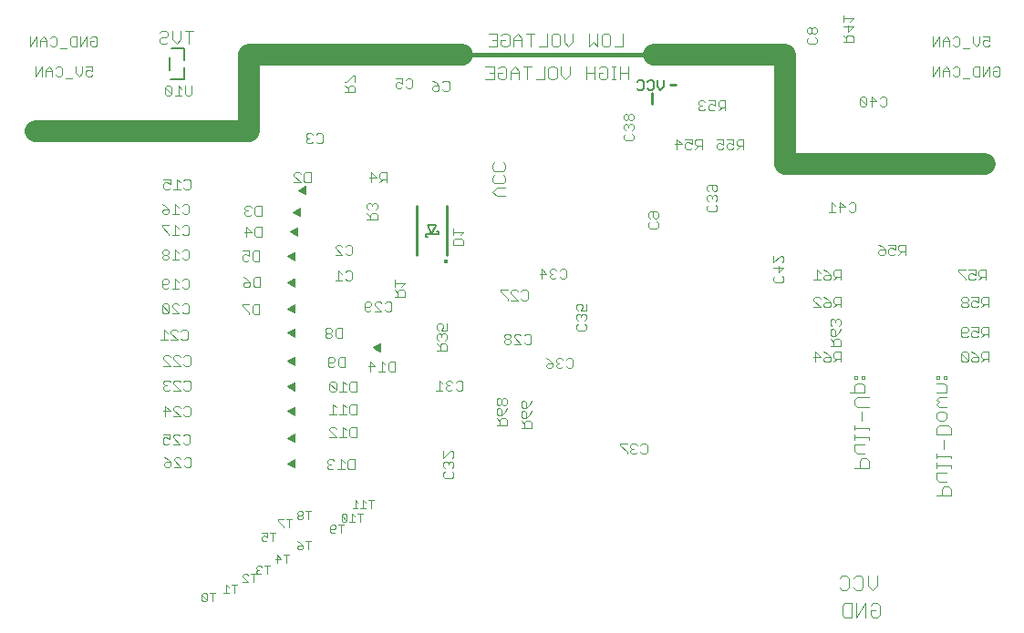
<source format=gbo>
G75*
G70*
%OFA0B0*%
%FSLAX24Y24*%
%IPPOS*%
%LPD*%
%AMOC8*
5,1,8,0,0,1.08239X$1,22.5*
%
%ADD10C,0.0787*%
%ADD11C,0.0160*%
%ADD12C,0.0040*%
%ADD13C,0.0030*%
%ADD14C,0.0050*%
%ADD15C,0.0100*%
%ADD16C,0.0010*%
%ADD17C,0.0157*%
D10*
X019875Y028787D02*
X027675Y028787D01*
X027675Y031587D01*
X035475Y031587D01*
X042475Y031587D02*
X047291Y031587D01*
X047291Y027587D01*
X054591Y027587D01*
D11*
X042375Y031587D02*
X035675Y031587D01*
D12*
X036337Y031167D02*
X036644Y031167D01*
X036644Y030707D01*
X036337Y030707D01*
X036491Y030937D02*
X036644Y030937D01*
X036798Y030937D02*
X036951Y030937D01*
X036798Y030937D02*
X036798Y030783D01*
X036874Y030707D01*
X037028Y030707D01*
X037105Y030783D01*
X037105Y031090D01*
X037028Y031167D01*
X036874Y031167D01*
X036798Y031090D01*
X037258Y031014D02*
X037258Y030707D01*
X037258Y030937D02*
X037565Y030937D01*
X037565Y031014D02*
X037411Y031167D01*
X037258Y031014D01*
X037565Y031014D02*
X037565Y030707D01*
X037872Y030707D02*
X037872Y031167D01*
X038025Y031167D02*
X037718Y031167D01*
X038179Y030707D02*
X038486Y030707D01*
X038486Y031167D01*
X038639Y031090D02*
X038716Y031167D01*
X038869Y031167D01*
X038946Y031090D01*
X038946Y030783D01*
X038869Y030707D01*
X038716Y030707D01*
X038639Y030783D01*
X038639Y031090D01*
X039100Y031167D02*
X039100Y030860D01*
X039253Y030707D01*
X039407Y030860D01*
X039407Y031167D01*
X040020Y031167D02*
X040020Y030707D01*
X040020Y030937D02*
X040327Y030937D01*
X040481Y030937D02*
X040634Y030937D01*
X040481Y030937D02*
X040481Y030783D01*
X040557Y030707D01*
X040711Y030707D01*
X040788Y030783D01*
X040788Y031090D01*
X040711Y031167D01*
X040557Y031167D01*
X040481Y031090D01*
X040327Y031167D02*
X040327Y030707D01*
X040941Y030707D02*
X041095Y030707D01*
X041018Y030707D02*
X041018Y031167D01*
X041095Y031167D02*
X040941Y031167D01*
X041248Y031167D02*
X041248Y030707D01*
X041248Y030937D02*
X041555Y030937D01*
X041555Y030707D02*
X041555Y031167D01*
X041355Y031907D02*
X041048Y031907D01*
X040895Y031983D02*
X040895Y032290D01*
X040818Y032367D01*
X040664Y032367D01*
X040588Y032290D01*
X040588Y031983D01*
X040664Y031907D01*
X040818Y031907D01*
X040895Y031983D01*
X041355Y031907D02*
X041355Y032367D01*
X040434Y032367D02*
X040434Y031907D01*
X040281Y032060D01*
X040127Y031907D01*
X040127Y032367D01*
X039513Y032367D02*
X039513Y032060D01*
X039360Y031907D01*
X039207Y032060D01*
X039207Y032367D01*
X039053Y032290D02*
X039053Y031983D01*
X038976Y031907D01*
X038823Y031907D01*
X038746Y031983D01*
X038746Y032290D01*
X038823Y032367D01*
X038976Y032367D01*
X039053Y032290D01*
X038593Y032367D02*
X038593Y031907D01*
X038286Y031907D01*
X037979Y031907D02*
X037979Y032367D01*
X038132Y032367D02*
X037825Y032367D01*
X037672Y032214D02*
X037518Y032367D01*
X037365Y032214D01*
X037365Y031907D01*
X037211Y031983D02*
X037135Y031907D01*
X036981Y031907D01*
X036905Y031983D01*
X036905Y032137D01*
X037058Y032137D01*
X036905Y032290D02*
X036981Y032367D01*
X037135Y032367D01*
X037211Y032290D01*
X037211Y031983D01*
X037365Y032137D02*
X037672Y032137D01*
X037672Y032214D02*
X037672Y031907D01*
X036751Y031907D02*
X036444Y031907D01*
X036598Y032137D02*
X036751Y032137D01*
X036751Y032367D02*
X036751Y031907D01*
X036751Y032367D02*
X036444Y032367D01*
X036672Y027653D02*
X036595Y027576D01*
X036595Y027423D01*
X036672Y027346D01*
X036979Y027346D01*
X037055Y027423D01*
X037055Y027576D01*
X036979Y027653D01*
X036979Y027193D02*
X037055Y027116D01*
X037055Y026963D01*
X036979Y026886D01*
X036672Y026886D01*
X036595Y026963D01*
X036595Y027116D01*
X036672Y027193D01*
X036748Y026732D02*
X037055Y026732D01*
X036748Y026732D02*
X036595Y026579D01*
X036748Y026425D01*
X037055Y026425D01*
X035532Y025113D02*
X035412Y024993D01*
X035472Y024865D02*
X035532Y024805D01*
X035532Y024625D01*
X035172Y024625D01*
X035172Y024805D01*
X035232Y024865D01*
X035472Y024865D01*
X035532Y025113D02*
X035172Y025113D01*
X035172Y024993D02*
X035172Y025233D01*
X025502Y032007D02*
X025502Y032467D01*
X025655Y032467D02*
X025348Y032467D01*
X025195Y032467D02*
X025195Y032160D01*
X025041Y032007D01*
X024888Y032160D01*
X024888Y032467D01*
X024734Y032390D02*
X024734Y032314D01*
X024657Y032237D01*
X024504Y032237D01*
X024427Y032160D01*
X024427Y032083D01*
X024504Y032007D01*
X024657Y032007D01*
X024734Y032083D01*
X024734Y032390D02*
X024657Y032467D01*
X024504Y032467D01*
X024427Y032390D01*
X049835Y019836D02*
X049835Y019749D01*
X049922Y019749D01*
X049922Y019836D01*
X049835Y019836D01*
X050095Y019836D02*
X050095Y019749D01*
X050182Y019749D01*
X050182Y019836D01*
X050095Y019836D01*
X050095Y019580D02*
X049922Y019580D01*
X049835Y019493D01*
X049835Y019233D01*
X049662Y019233D02*
X050182Y019233D01*
X050182Y019493D01*
X050095Y019580D01*
X049922Y019064D02*
X050355Y019064D01*
X050355Y018718D02*
X049922Y018718D01*
X049835Y018804D01*
X049835Y018978D01*
X049922Y019064D01*
X050095Y018549D02*
X050095Y018202D01*
X049835Y018032D02*
X049835Y017858D01*
X049835Y017945D02*
X050355Y017945D01*
X050355Y017858D01*
X050355Y017601D02*
X049835Y017601D01*
X049835Y017514D02*
X049835Y017688D01*
X049835Y017346D02*
X050182Y017346D01*
X050355Y017514D02*
X050355Y017601D01*
X049835Y017346D02*
X049835Y017085D01*
X049922Y016999D01*
X050182Y016999D01*
X050269Y016830D02*
X050095Y016830D01*
X050008Y016743D01*
X050008Y016483D01*
X049835Y016483D02*
X050355Y016483D01*
X050355Y016743D01*
X050269Y016830D01*
X052835Y016827D02*
X052835Y017000D01*
X052835Y016914D02*
X053355Y016914D01*
X053355Y016827D01*
X053355Y016570D02*
X052835Y016570D01*
X052835Y016483D02*
X052835Y016657D01*
X052835Y016314D02*
X053182Y016314D01*
X053355Y016483D02*
X053355Y016570D01*
X052835Y016314D02*
X052835Y016054D01*
X052922Y015967D01*
X053182Y015967D01*
X053269Y015799D02*
X053095Y015799D01*
X053008Y015712D01*
X053008Y015452D01*
X052835Y015452D02*
X053355Y015452D01*
X053355Y015712D01*
X053269Y015799D01*
X053095Y017171D02*
X053095Y017518D01*
X052835Y017686D02*
X052835Y017946D01*
X052922Y018033D01*
X053269Y018033D01*
X053355Y017946D01*
X053355Y017686D01*
X052835Y017686D01*
X052922Y018202D02*
X052835Y018289D01*
X052835Y018462D01*
X052922Y018549D01*
X053095Y018549D01*
X053182Y018462D01*
X053182Y018289D01*
X053095Y018202D01*
X052922Y018202D01*
X052922Y018718D02*
X052835Y018804D01*
X052922Y018891D01*
X052835Y018978D01*
X052922Y019064D01*
X053182Y019064D01*
X053182Y019233D02*
X053182Y019493D01*
X053095Y019580D01*
X052835Y019580D01*
X052835Y019749D02*
X052922Y019749D01*
X052922Y019836D01*
X052835Y019836D01*
X052835Y019749D01*
X053095Y019749D02*
X053182Y019749D01*
X053182Y019836D01*
X053095Y019836D01*
X053095Y019749D01*
X053182Y019233D02*
X052835Y019233D01*
X052922Y018718D02*
X053182Y018718D01*
X050655Y012527D02*
X050655Y012180D01*
X050482Y012007D01*
X050308Y012180D01*
X050308Y012527D01*
X050139Y012440D02*
X050053Y012527D01*
X049879Y012527D01*
X049792Y012440D01*
X049624Y012440D02*
X049624Y012093D01*
X049537Y012007D01*
X049363Y012007D01*
X049277Y012093D01*
X049277Y012440D02*
X049363Y012527D01*
X049537Y012527D01*
X049624Y012440D01*
X049792Y012093D02*
X049879Y012007D01*
X050053Y012007D01*
X050139Y012093D01*
X050139Y012440D01*
X050239Y011527D02*
X049892Y011007D01*
X049892Y011527D01*
X049724Y011527D02*
X049463Y011527D01*
X049377Y011440D01*
X049377Y011093D01*
X049463Y011007D01*
X049724Y011007D01*
X049724Y011527D01*
X050239Y011527D02*
X050239Y011007D01*
X050408Y011093D02*
X050408Y011267D01*
X050582Y011267D01*
X050755Y011440D02*
X050755Y011093D01*
X050668Y011007D01*
X050495Y011007D01*
X050408Y011093D01*
X050408Y011440D02*
X050495Y011527D01*
X050668Y011527D01*
X050755Y011440D01*
D13*
X024585Y016570D02*
X024585Y016632D01*
X024647Y016693D01*
X024832Y016693D01*
X024832Y016570D01*
X024770Y016508D01*
X024647Y016508D01*
X024585Y016570D01*
X024709Y016817D02*
X024585Y016879D01*
X024709Y016817D02*
X024832Y016693D01*
X024953Y016755D02*
X024953Y016817D01*
X025015Y016879D01*
X025139Y016879D01*
X025200Y016817D01*
X025322Y016817D02*
X025384Y016879D01*
X025507Y016879D01*
X025569Y016817D01*
X025569Y016570D01*
X025507Y016508D01*
X025384Y016508D01*
X025322Y016570D01*
X025200Y016508D02*
X024953Y016755D01*
X024953Y016508D02*
X025200Y016508D01*
X025159Y017345D02*
X024912Y017591D01*
X024912Y017653D01*
X024973Y017715D01*
X025097Y017715D01*
X025159Y017653D01*
X025280Y017653D02*
X025342Y017715D01*
X025465Y017715D01*
X025527Y017653D01*
X025527Y017406D01*
X025465Y017345D01*
X025342Y017345D01*
X025280Y017406D01*
X025159Y017345D02*
X024912Y017345D01*
X024790Y017406D02*
X024729Y017345D01*
X024605Y017345D01*
X024543Y017406D01*
X024543Y017530D01*
X024605Y017591D01*
X024667Y017591D01*
X024790Y017530D01*
X024790Y017715D01*
X024543Y017715D01*
X024625Y018368D02*
X024625Y018739D01*
X024810Y018554D01*
X024563Y018554D01*
X024931Y018615D02*
X025178Y018368D01*
X024931Y018368D01*
X024931Y018615D02*
X024931Y018677D01*
X024993Y018739D01*
X025117Y018739D01*
X025178Y018677D01*
X025300Y018677D02*
X025361Y018739D01*
X025485Y018739D01*
X025547Y018677D01*
X025547Y018430D01*
X025485Y018368D01*
X025361Y018368D01*
X025300Y018430D01*
X025361Y019313D02*
X025300Y019375D01*
X025361Y019313D02*
X025485Y019313D01*
X025547Y019375D01*
X025547Y019622D01*
X025485Y019684D01*
X025361Y019684D01*
X025300Y019622D01*
X025178Y019622D02*
X025117Y019684D01*
X024993Y019684D01*
X024931Y019622D01*
X024931Y019560D01*
X025178Y019313D01*
X024931Y019313D01*
X024810Y019375D02*
X024748Y019313D01*
X024625Y019313D01*
X024563Y019375D01*
X024563Y019437D01*
X024625Y019498D01*
X024687Y019498D01*
X024625Y019498D02*
X024563Y019560D01*
X024563Y019622D01*
X024625Y019684D01*
X024748Y019684D01*
X024810Y019622D01*
X024810Y020217D02*
X024563Y020217D01*
X024563Y020464D02*
X024563Y020526D01*
X024625Y020587D01*
X024748Y020587D01*
X024810Y020526D01*
X024931Y020526D02*
X024993Y020587D01*
X025117Y020587D01*
X025178Y020526D01*
X025300Y020526D02*
X025361Y020587D01*
X025485Y020587D01*
X025547Y020526D01*
X025547Y020279D01*
X025485Y020217D01*
X025361Y020217D01*
X025300Y020279D01*
X025178Y020217D02*
X024931Y020464D01*
X024931Y020526D01*
X024931Y020217D02*
X025178Y020217D01*
X024810Y020217D02*
X024563Y020464D01*
X024587Y021152D02*
X024587Y021522D01*
X024710Y021398D01*
X024831Y021398D02*
X024831Y021460D01*
X024893Y021522D01*
X025017Y021522D01*
X025078Y021460D01*
X025200Y021460D02*
X025261Y021522D01*
X025385Y021522D01*
X025447Y021460D01*
X025447Y021213D01*
X025385Y021152D01*
X025261Y021152D01*
X025200Y021213D01*
X025078Y021152D02*
X024831Y021398D01*
X024831Y021152D02*
X025078Y021152D01*
X024710Y021152D02*
X024463Y021152D01*
X024575Y022119D02*
X024698Y022119D01*
X024760Y022181D01*
X024513Y022428D01*
X024513Y022181D01*
X024575Y022119D01*
X024760Y022181D02*
X024760Y022428D01*
X024698Y022489D01*
X024575Y022489D01*
X024513Y022428D01*
X024881Y022428D02*
X024943Y022489D01*
X025067Y022489D01*
X025128Y022428D01*
X025250Y022428D02*
X025311Y022489D01*
X025435Y022489D01*
X025497Y022428D01*
X025497Y022181D01*
X025435Y022119D01*
X025311Y022119D01*
X025250Y022181D01*
X025128Y022119D02*
X024881Y022366D01*
X024881Y022428D01*
X024881Y022119D02*
X025128Y022119D01*
X025128Y023029D02*
X024881Y023029D01*
X025005Y023029D02*
X025005Y023400D01*
X025128Y023276D01*
X025250Y023338D02*
X025311Y023400D01*
X025435Y023400D01*
X025497Y023338D01*
X025497Y023091D01*
X025435Y023029D01*
X025311Y023029D01*
X025250Y023091D01*
X024760Y023091D02*
X024698Y023029D01*
X024575Y023029D01*
X024513Y023091D01*
X024513Y023338D01*
X024575Y023400D01*
X024698Y023400D01*
X024760Y023338D01*
X024760Y023276D01*
X024698Y023215D01*
X024513Y023215D01*
X024575Y024095D02*
X024698Y024095D01*
X024760Y024157D01*
X024760Y024218D01*
X024698Y024280D01*
X024575Y024280D01*
X024513Y024218D01*
X024513Y024157D01*
X024575Y024095D01*
X024575Y024280D02*
X024513Y024342D01*
X024513Y024403D01*
X024575Y024465D01*
X024698Y024465D01*
X024760Y024403D01*
X024760Y024342D01*
X024698Y024280D01*
X024881Y024095D02*
X025128Y024095D01*
X025005Y024095D02*
X025005Y024465D01*
X025128Y024342D01*
X025250Y024403D02*
X025311Y024465D01*
X025435Y024465D01*
X025497Y024403D01*
X025497Y024157D01*
X025435Y024095D01*
X025311Y024095D01*
X025250Y024157D01*
X025311Y024988D02*
X025250Y025050D01*
X025311Y024988D02*
X025435Y024988D01*
X025497Y025050D01*
X025497Y025296D01*
X025435Y025358D01*
X025311Y025358D01*
X025250Y025296D01*
X025128Y025235D02*
X025005Y025358D01*
X025005Y024988D01*
X025128Y024988D02*
X024881Y024988D01*
X024760Y024988D02*
X024760Y025050D01*
X024513Y025296D01*
X024513Y025358D01*
X024760Y025358D01*
X024698Y025765D02*
X024575Y025765D01*
X024513Y025826D01*
X024513Y025888D01*
X024575Y025950D01*
X024760Y025950D01*
X024760Y025826D01*
X024698Y025765D01*
X024881Y025765D02*
X025128Y025765D01*
X025005Y025765D02*
X025005Y026135D01*
X025128Y026011D01*
X025250Y026073D02*
X025311Y026135D01*
X025435Y026135D01*
X025497Y026073D01*
X025497Y025826D01*
X025435Y025765D01*
X025311Y025765D01*
X025250Y025826D01*
X024760Y025950D02*
X024637Y026073D01*
X024513Y026135D01*
X024625Y026681D02*
X024748Y026681D01*
X024810Y026742D01*
X024810Y026866D02*
X024687Y026928D01*
X024625Y026928D01*
X024563Y026866D01*
X024563Y026742D01*
X024625Y026681D01*
X024810Y026866D02*
X024810Y027051D01*
X024563Y027051D01*
X025055Y027051D02*
X025055Y026681D01*
X025178Y026681D02*
X024931Y026681D01*
X025178Y026928D02*
X025055Y027051D01*
X025300Y026989D02*
X025361Y027051D01*
X025485Y027051D01*
X025547Y026989D01*
X025547Y026742D01*
X025485Y026681D01*
X025361Y026681D01*
X025300Y026742D01*
X027527Y026018D02*
X027527Y025957D01*
X027589Y025895D01*
X027527Y025833D01*
X027527Y025772D01*
X027589Y025710D01*
X027712Y025710D01*
X027774Y025772D01*
X027895Y025772D02*
X027895Y026018D01*
X027957Y026080D01*
X028142Y026080D01*
X028142Y025710D01*
X027957Y025710D01*
X027895Y025772D01*
X027651Y025895D02*
X027589Y025895D01*
X027527Y026018D02*
X027589Y026080D01*
X027712Y026080D01*
X027774Y026018D01*
X027957Y025293D02*
X027895Y025232D01*
X027895Y024985D01*
X027957Y024923D01*
X028142Y024923D01*
X028142Y025293D01*
X027957Y025293D01*
X027774Y025108D02*
X027527Y025108D01*
X027589Y024923D02*
X027589Y025293D01*
X027774Y025108D01*
X027699Y024421D02*
X027699Y024236D01*
X027576Y024298D01*
X027514Y024298D01*
X027452Y024236D01*
X027452Y024113D01*
X027514Y024051D01*
X027637Y024051D01*
X027699Y024113D01*
X027820Y024113D02*
X027820Y024360D01*
X027882Y024421D01*
X028067Y024421D01*
X028067Y024051D01*
X027882Y024051D01*
X027820Y024113D01*
X027699Y024421D02*
X027452Y024421D01*
X027477Y023456D02*
X027601Y023394D01*
X027724Y023271D01*
X027539Y023271D01*
X027477Y023209D01*
X027477Y023147D01*
X027539Y023086D01*
X027662Y023086D01*
X027724Y023147D01*
X027724Y023271D01*
X027845Y023394D02*
X027907Y023456D01*
X028092Y023456D01*
X028092Y023086D01*
X027907Y023086D01*
X027845Y023147D01*
X027845Y023394D01*
X027882Y022471D02*
X028067Y022471D01*
X028067Y022100D01*
X027882Y022100D01*
X027820Y022162D01*
X027820Y022409D01*
X027882Y022471D01*
X027699Y022471D02*
X027452Y022471D01*
X027452Y022409D01*
X027699Y022162D01*
X027699Y022100D01*
X030477Y021535D02*
X030477Y021473D01*
X030539Y021411D01*
X030662Y021411D01*
X030724Y021473D01*
X030724Y021535D01*
X030662Y021597D01*
X030539Y021597D01*
X030477Y021535D01*
X030539Y021411D02*
X030477Y021350D01*
X030477Y021288D01*
X030539Y021226D01*
X030662Y021226D01*
X030724Y021288D01*
X030724Y021350D01*
X030662Y021411D01*
X030845Y021288D02*
X030845Y021535D01*
X030907Y021597D01*
X031092Y021597D01*
X031092Y021226D01*
X030907Y021226D01*
X030845Y021288D01*
X030762Y020532D02*
X030824Y020470D01*
X030824Y020409D01*
X030762Y020347D01*
X030577Y020347D01*
X030577Y020224D02*
X030577Y020470D01*
X030639Y020532D01*
X030762Y020532D01*
X030945Y020470D02*
X031007Y020532D01*
X031192Y020532D01*
X031192Y020162D01*
X031007Y020162D01*
X030945Y020224D01*
X030945Y020470D01*
X030824Y020224D02*
X030762Y020162D01*
X030639Y020162D01*
X030577Y020224D01*
X030689Y019645D02*
X030627Y019583D01*
X030874Y019337D01*
X030812Y019275D01*
X030689Y019275D01*
X030627Y019337D01*
X030627Y019583D01*
X030689Y019645D02*
X030812Y019645D01*
X030874Y019583D01*
X030874Y019337D01*
X030995Y019275D02*
X031242Y019275D01*
X031119Y019275D02*
X031119Y019645D01*
X031242Y019522D01*
X031364Y019583D02*
X031425Y019645D01*
X031611Y019645D01*
X031611Y019275D01*
X031425Y019275D01*
X031364Y019337D01*
X031364Y019583D01*
X032110Y020008D02*
X032110Y020378D01*
X032295Y020193D01*
X032048Y020193D01*
X032417Y020008D02*
X032664Y020008D01*
X032540Y020008D02*
X032540Y020378D01*
X032664Y020255D01*
X032785Y020317D02*
X032847Y020378D01*
X033032Y020378D01*
X033032Y020008D01*
X032847Y020008D01*
X032785Y020070D01*
X032785Y020317D01*
X034554Y020782D02*
X034924Y020782D01*
X034924Y020967D01*
X034862Y021029D01*
X034739Y021029D01*
X034677Y020967D01*
X034677Y020782D01*
X034677Y020905D02*
X034554Y021029D01*
X034615Y021150D02*
X034554Y021212D01*
X034554Y021335D01*
X034615Y021397D01*
X034677Y021397D01*
X034739Y021335D01*
X034739Y021273D01*
X034739Y021335D02*
X034801Y021397D01*
X034862Y021397D01*
X034924Y021335D01*
X034924Y021212D01*
X034862Y021150D01*
X034924Y021518D02*
X034739Y021518D01*
X034801Y021642D01*
X034801Y021703D01*
X034739Y021765D01*
X034615Y021765D01*
X034554Y021703D01*
X034554Y021580D01*
X034615Y021518D01*
X034924Y021518D02*
X034924Y021765D01*
X033379Y022745D02*
X033009Y022745D01*
X033133Y022745D02*
X033133Y022930D01*
X033194Y022991D01*
X033318Y022991D01*
X033379Y022930D01*
X033379Y022745D01*
X033133Y022868D02*
X033009Y022991D01*
X033009Y023113D02*
X033009Y023360D01*
X033009Y023236D02*
X033379Y023236D01*
X033256Y023113D01*
X032843Y022565D02*
X032905Y022504D01*
X032905Y022257D01*
X032843Y022195D01*
X032719Y022195D01*
X032658Y022257D01*
X032536Y022195D02*
X032289Y022195D01*
X032168Y022257D02*
X032106Y022195D01*
X031983Y022195D01*
X031921Y022257D01*
X031921Y022504D01*
X031983Y022565D01*
X032106Y022565D01*
X032168Y022504D01*
X032168Y022442D01*
X032106Y022380D01*
X031921Y022380D01*
X032289Y022442D02*
X032289Y022504D01*
X032351Y022565D01*
X032474Y022565D01*
X032536Y022504D01*
X032658Y022504D02*
X032719Y022565D01*
X032843Y022565D01*
X032536Y022195D02*
X032289Y022442D01*
X031395Y023323D02*
X031271Y023323D01*
X031209Y023385D01*
X031088Y023323D02*
X030841Y023323D01*
X030965Y023323D02*
X030965Y023693D01*
X031088Y023570D01*
X031209Y023631D02*
X031271Y023693D01*
X031395Y023693D01*
X031456Y023631D01*
X031456Y023385D01*
X031395Y023323D01*
X031400Y024273D02*
X031277Y024273D01*
X031215Y024335D01*
X031093Y024273D02*
X030847Y024520D01*
X030847Y024582D01*
X030908Y024644D01*
X031032Y024644D01*
X031093Y024582D01*
X031215Y024582D02*
X031277Y024644D01*
X031400Y024644D01*
X031462Y024582D01*
X031462Y024335D01*
X031400Y024273D01*
X031093Y024273D02*
X030847Y024273D01*
X032004Y025560D02*
X032374Y025560D01*
X032374Y025745D01*
X032313Y025807D01*
X032189Y025807D01*
X032128Y025745D01*
X032128Y025560D01*
X032128Y025684D02*
X032004Y025807D01*
X032066Y025929D02*
X032004Y025990D01*
X032004Y026114D01*
X032066Y026175D01*
X032128Y026175D01*
X032189Y026114D01*
X032189Y026052D01*
X032189Y026114D02*
X032251Y026175D01*
X032313Y026175D01*
X032374Y026114D01*
X032374Y025990D01*
X032313Y025929D01*
X032164Y026920D02*
X032164Y027290D01*
X032350Y027105D01*
X032103Y027105D01*
X032471Y027105D02*
X032533Y027043D01*
X032718Y027043D01*
X032718Y026920D02*
X032718Y027290D01*
X032533Y027290D01*
X032471Y027228D01*
X032471Y027105D01*
X032594Y027043D02*
X032471Y026920D01*
X029942Y026919D02*
X029757Y026919D01*
X029695Y026981D01*
X029695Y027228D01*
X029757Y027290D01*
X029942Y027290D01*
X029942Y026919D01*
X029574Y026919D02*
X029327Y027166D01*
X029327Y027228D01*
X029389Y027290D01*
X029512Y027290D01*
X029574Y027228D01*
X029574Y026919D02*
X029327Y026919D01*
X029838Y028355D02*
X029961Y028355D01*
X030023Y028416D01*
X030145Y028416D02*
X030206Y028355D01*
X030330Y028355D01*
X030391Y028416D01*
X030391Y028663D01*
X030330Y028725D01*
X030206Y028725D01*
X030145Y028663D01*
X030023Y028663D02*
X029961Y028725D01*
X029838Y028725D01*
X029776Y028663D01*
X029776Y028601D01*
X029838Y028540D01*
X029776Y028478D01*
X029776Y028416D01*
X029838Y028355D01*
X029838Y028540D02*
X029900Y028540D01*
X031189Y030229D02*
X031560Y030229D01*
X031560Y030414D01*
X031498Y030476D01*
X031375Y030476D01*
X031313Y030414D01*
X031313Y030229D01*
X031313Y030352D02*
X031189Y030476D01*
X031189Y030597D02*
X031251Y030597D01*
X031498Y030844D01*
X031560Y030844D01*
X031560Y030597D01*
X033052Y030544D02*
X033052Y030421D01*
X033114Y030359D01*
X033237Y030359D01*
X033299Y030421D01*
X033421Y030421D02*
X033482Y030359D01*
X033606Y030359D01*
X033667Y030421D01*
X033667Y030668D01*
X033606Y030729D01*
X033482Y030729D01*
X033421Y030668D01*
X033299Y030729D02*
X033299Y030544D01*
X033176Y030606D01*
X033114Y030606D01*
X033052Y030544D01*
X033052Y030729D02*
X033299Y030729D01*
X034392Y030651D02*
X034516Y030589D01*
X034639Y030466D01*
X034454Y030466D01*
X034392Y030404D01*
X034392Y030342D01*
X034454Y030281D01*
X034577Y030281D01*
X034639Y030342D01*
X034639Y030466D01*
X034761Y030589D02*
X034822Y030651D01*
X034946Y030651D01*
X035007Y030589D01*
X035007Y030342D01*
X034946Y030281D01*
X034822Y030281D01*
X034761Y030342D01*
X041382Y029381D02*
X041382Y029258D01*
X041444Y029196D01*
X041505Y029196D01*
X041567Y029258D01*
X041567Y029381D01*
X041505Y029443D01*
X041444Y029443D01*
X041382Y029381D01*
X041567Y029381D02*
X041629Y029443D01*
X041691Y029443D01*
X041752Y029381D01*
X041752Y029258D01*
X041691Y029196D01*
X041629Y029196D01*
X041567Y029258D01*
X041505Y029074D02*
X041444Y029074D01*
X041382Y029013D01*
X041382Y028889D01*
X041444Y028828D01*
X041444Y028706D02*
X041382Y028644D01*
X041382Y028521D01*
X041444Y028459D01*
X041691Y028459D01*
X041752Y028521D01*
X041752Y028644D01*
X041691Y028706D01*
X041691Y028828D02*
X041752Y028889D01*
X041752Y029013D01*
X041691Y029074D01*
X041629Y029074D01*
X041567Y029013D01*
X041505Y029074D01*
X041567Y029013D02*
X041567Y028951D01*
X043269Y028333D02*
X043516Y028333D01*
X043331Y028518D01*
X043331Y028148D01*
X043638Y028210D02*
X043638Y028333D01*
X043699Y028395D01*
X043761Y028395D01*
X043885Y028333D01*
X043885Y028518D01*
X043638Y028518D01*
X043638Y028210D02*
X043699Y028148D01*
X043823Y028148D01*
X043885Y028210D01*
X044006Y028148D02*
X044129Y028272D01*
X044068Y028272D02*
X044253Y028272D01*
X044253Y028148D02*
X044253Y028518D01*
X044068Y028518D01*
X044006Y028457D01*
X044006Y028333D01*
X044068Y028272D01*
X044789Y028318D02*
X044789Y028194D01*
X044850Y028133D01*
X044974Y028133D01*
X045035Y028194D01*
X045157Y028194D02*
X045219Y028133D01*
X045342Y028133D01*
X045404Y028194D01*
X045404Y028318D02*
X045280Y028379D01*
X045219Y028379D01*
X045157Y028318D01*
X045157Y028194D01*
X045035Y028318D02*
X044912Y028379D01*
X044850Y028379D01*
X044789Y028318D01*
X044789Y028503D02*
X045035Y028503D01*
X045035Y028318D01*
X045157Y028503D02*
X045404Y028503D01*
X045404Y028318D01*
X045525Y028318D02*
X045587Y028256D01*
X045772Y028256D01*
X045649Y028256D02*
X045525Y028133D01*
X045525Y028318D02*
X045525Y028441D01*
X045587Y028503D01*
X045772Y028503D01*
X045772Y028133D01*
X045103Y029554D02*
X045103Y029924D01*
X044918Y029924D01*
X044856Y029862D01*
X044856Y029739D01*
X044918Y029677D01*
X045103Y029677D01*
X044979Y029677D02*
X044856Y029554D01*
X044735Y029615D02*
X044673Y029554D01*
X044549Y029554D01*
X044488Y029615D01*
X044488Y029739D01*
X044549Y029800D01*
X044611Y029800D01*
X044735Y029739D01*
X044735Y029924D01*
X044488Y029924D01*
X044366Y029862D02*
X044305Y029924D01*
X044181Y029924D01*
X044119Y029862D01*
X044119Y029800D01*
X044181Y029739D01*
X044119Y029677D01*
X044119Y029615D01*
X044181Y029554D01*
X044305Y029554D01*
X044366Y029615D01*
X044243Y029739D02*
X044181Y029739D01*
X048087Y032055D02*
X048087Y032179D01*
X048149Y032241D01*
X048149Y032362D02*
X048211Y032362D01*
X048272Y032424D01*
X048272Y032547D01*
X048211Y032609D01*
X048149Y032609D01*
X048087Y032547D01*
X048087Y032424D01*
X048149Y032362D01*
X048272Y032424D02*
X048334Y032362D01*
X048396Y032362D01*
X048458Y032424D01*
X048458Y032547D01*
X048396Y032609D01*
X048334Y032609D01*
X048272Y032547D01*
X048396Y032241D02*
X048458Y032179D01*
X048458Y032055D01*
X048396Y031994D01*
X048149Y031994D01*
X048087Y032055D01*
X049414Y032068D02*
X049784Y032068D01*
X049784Y032253D01*
X049722Y032315D01*
X049599Y032315D01*
X049537Y032253D01*
X049537Y032068D01*
X049537Y032191D02*
X049414Y032315D01*
X049599Y032436D02*
X049599Y032683D01*
X049660Y032805D02*
X049784Y032928D01*
X049414Y032928D01*
X049414Y032805D02*
X049414Y033051D01*
X049414Y032621D02*
X049784Y032621D01*
X049599Y032436D01*
X050079Y030073D02*
X050017Y030011D01*
X050264Y029764D01*
X050202Y029702D01*
X050079Y029702D01*
X050017Y029764D01*
X050017Y030011D01*
X050079Y030073D02*
X050202Y030073D01*
X050264Y030011D01*
X050264Y029764D01*
X050385Y029888D02*
X050632Y029888D01*
X050447Y030073D01*
X050447Y029702D01*
X050753Y029764D02*
X050815Y029702D01*
X050939Y029702D01*
X051000Y029764D01*
X051000Y030011D01*
X050939Y030073D01*
X050815Y030073D01*
X050753Y030011D01*
X052681Y030802D02*
X052681Y031172D01*
X052928Y031172D02*
X052681Y030802D01*
X052928Y030802D02*
X052928Y031172D01*
X053050Y031048D02*
X053173Y031172D01*
X053297Y031048D01*
X053297Y030802D01*
X053418Y030863D02*
X053480Y030802D01*
X053603Y030802D01*
X053665Y030863D01*
X053665Y031110D01*
X053603Y031172D01*
X053480Y031172D01*
X053418Y031110D01*
X053297Y030987D02*
X053050Y030987D01*
X053050Y031048D02*
X053050Y030802D01*
X053786Y030740D02*
X054033Y030740D01*
X054155Y030863D02*
X054155Y031110D01*
X054216Y031172D01*
X054402Y031172D01*
X054402Y030802D01*
X054216Y030802D01*
X054155Y030863D01*
X054523Y030802D02*
X054523Y031172D01*
X054770Y031172D02*
X054523Y030802D01*
X054770Y030802D02*
X054770Y031172D01*
X054891Y031110D02*
X054953Y031172D01*
X055076Y031172D01*
X055138Y031110D01*
X055138Y030863D01*
X055076Y030802D01*
X054953Y030802D01*
X054891Y030863D01*
X054891Y030987D01*
X055015Y030987D01*
X054708Y031902D02*
X054770Y031963D01*
X054708Y031902D02*
X054585Y031902D01*
X054523Y031963D01*
X054523Y032087D01*
X054585Y032148D01*
X054646Y032148D01*
X054770Y032087D01*
X054770Y032272D01*
X054523Y032272D01*
X054402Y032272D02*
X054402Y032025D01*
X054278Y031902D01*
X054155Y032025D01*
X054155Y032272D01*
X054033Y031840D02*
X053786Y031840D01*
X053665Y031963D02*
X053603Y031902D01*
X053480Y031902D01*
X053418Y031963D01*
X053297Y031902D02*
X053297Y032148D01*
X053173Y032272D01*
X053050Y032148D01*
X053050Y031902D01*
X052928Y031902D02*
X052928Y032272D01*
X052681Y031902D01*
X052681Y032272D01*
X053050Y032087D02*
X053297Y032087D01*
X053418Y032210D02*
X053480Y032272D01*
X053603Y032272D01*
X053665Y032210D01*
X053665Y031963D01*
X049797Y026205D02*
X049859Y026143D01*
X049859Y025896D01*
X049797Y025834D01*
X049674Y025834D01*
X049612Y025896D01*
X049491Y026019D02*
X049244Y026019D01*
X049122Y026081D02*
X048999Y026205D01*
X048999Y025834D01*
X049122Y025834D02*
X048876Y025834D01*
X049306Y025834D02*
X049306Y026205D01*
X049491Y026019D01*
X049612Y026143D02*
X049674Y026205D01*
X049797Y026205D01*
X050694Y024651D02*
X050817Y024589D01*
X050941Y024466D01*
X050756Y024466D01*
X050694Y024404D01*
X050694Y024342D01*
X050756Y024281D01*
X050879Y024281D01*
X050941Y024342D01*
X050941Y024466D01*
X051062Y024466D02*
X051062Y024342D01*
X051124Y024281D01*
X051248Y024281D01*
X051309Y024342D01*
X051309Y024466D02*
X051186Y024528D01*
X051124Y024528D01*
X051062Y024466D01*
X051062Y024651D02*
X051309Y024651D01*
X051309Y024466D01*
X051431Y024466D02*
X051492Y024404D01*
X051678Y024404D01*
X051678Y024281D02*
X051678Y024651D01*
X051492Y024651D01*
X051431Y024589D01*
X051431Y024466D01*
X051554Y024404D02*
X051431Y024281D01*
X053626Y023722D02*
X053626Y023660D01*
X053873Y023413D01*
X053873Y023352D01*
X053995Y023413D02*
X054057Y023352D01*
X054180Y023352D01*
X054242Y023413D01*
X054242Y023537D02*
X054118Y023598D01*
X054057Y023598D01*
X053995Y023537D01*
X053995Y023413D01*
X054242Y023537D02*
X054242Y023722D01*
X053995Y023722D01*
X053873Y023722D02*
X053626Y023722D01*
X054363Y023660D02*
X054363Y023537D01*
X054425Y023475D01*
X054610Y023475D01*
X054610Y023352D02*
X054610Y023722D01*
X054425Y023722D01*
X054363Y023660D01*
X054487Y023475D02*
X054363Y023352D01*
X054342Y022722D02*
X054342Y022537D01*
X054218Y022598D01*
X054157Y022598D01*
X054095Y022537D01*
X054095Y022413D01*
X054157Y022352D01*
X054280Y022352D01*
X054342Y022413D01*
X054463Y022352D02*
X054587Y022475D01*
X054525Y022475D02*
X054710Y022475D01*
X054710Y022352D02*
X054710Y022722D01*
X054525Y022722D01*
X054463Y022660D01*
X054463Y022537D01*
X054525Y022475D01*
X054342Y022722D02*
X054095Y022722D01*
X053973Y022660D02*
X053912Y022722D01*
X053788Y022722D01*
X053726Y022660D01*
X053726Y022598D01*
X053788Y022537D01*
X053912Y022537D01*
X053973Y022598D01*
X053973Y022660D01*
X053912Y022537D02*
X053973Y022475D01*
X053973Y022413D01*
X053912Y022352D01*
X053788Y022352D01*
X053726Y022413D01*
X053726Y022475D01*
X053788Y022537D01*
X053788Y021622D02*
X053912Y021622D01*
X053973Y021560D01*
X053973Y021498D01*
X053912Y021437D01*
X053726Y021437D01*
X053726Y021560D02*
X053788Y021622D01*
X053726Y021560D02*
X053726Y021313D01*
X053788Y021252D01*
X053912Y021252D01*
X053973Y021313D01*
X054095Y021313D02*
X054157Y021252D01*
X054280Y021252D01*
X054342Y021313D01*
X054342Y021437D02*
X054218Y021498D01*
X054157Y021498D01*
X054095Y021437D01*
X054095Y021313D01*
X054342Y021437D02*
X054342Y021622D01*
X054095Y021622D01*
X054463Y021560D02*
X054463Y021437D01*
X054525Y021375D01*
X054710Y021375D01*
X054710Y021252D02*
X054710Y021622D01*
X054525Y021622D01*
X054463Y021560D01*
X054587Y021375D02*
X054463Y021252D01*
X054525Y020722D02*
X054463Y020660D01*
X054463Y020537D01*
X054525Y020475D01*
X054710Y020475D01*
X054710Y020352D02*
X054710Y020722D01*
X054525Y020722D01*
X054587Y020475D02*
X054463Y020352D01*
X054342Y020413D02*
X054280Y020352D01*
X054157Y020352D01*
X054095Y020413D01*
X054095Y020475D01*
X054157Y020537D01*
X054342Y020537D01*
X054342Y020413D01*
X054342Y020537D02*
X054218Y020660D01*
X054095Y020722D01*
X053973Y020660D02*
X053912Y020722D01*
X053788Y020722D01*
X053726Y020660D01*
X053973Y020413D01*
X053912Y020352D01*
X053788Y020352D01*
X053726Y020413D01*
X053726Y020660D01*
X053973Y020660D02*
X053973Y020413D01*
X049310Y020352D02*
X049310Y020722D01*
X049125Y020722D01*
X049063Y020660D01*
X049063Y020537D01*
X049125Y020475D01*
X049310Y020475D01*
X049187Y020475D02*
X049063Y020352D01*
X048942Y020413D02*
X048880Y020352D01*
X048757Y020352D01*
X048695Y020413D01*
X048695Y020475D01*
X048757Y020537D01*
X048942Y020537D01*
X048942Y020413D01*
X048942Y020537D02*
X048818Y020660D01*
X048695Y020722D01*
X048573Y020537D02*
X048326Y020537D01*
X048388Y020722D02*
X048573Y020537D01*
X048388Y020352D02*
X048388Y020722D01*
X048940Y020947D02*
X049310Y020947D01*
X049310Y021132D01*
X049249Y021194D01*
X049125Y021194D01*
X049063Y021132D01*
X049063Y020947D01*
X049063Y021070D02*
X048940Y021194D01*
X049002Y021315D02*
X048940Y021377D01*
X048940Y021500D01*
X049002Y021562D01*
X049063Y021562D01*
X049125Y021500D01*
X049125Y021315D01*
X049002Y021315D01*
X049125Y021315D02*
X049249Y021438D01*
X049310Y021562D01*
X049249Y021683D02*
X049310Y021745D01*
X049310Y021868D01*
X049249Y021930D01*
X049187Y021930D01*
X049125Y021868D01*
X049063Y021930D01*
X049002Y021930D01*
X048940Y021868D01*
X048940Y021745D01*
X049002Y021683D01*
X049125Y021807D02*
X049125Y021868D01*
X049063Y022352D02*
X049187Y022475D01*
X049125Y022475D02*
X049310Y022475D01*
X049310Y022352D02*
X049310Y022722D01*
X049125Y022722D01*
X049063Y022660D01*
X049063Y022537D01*
X049125Y022475D01*
X048942Y022413D02*
X048880Y022352D01*
X048757Y022352D01*
X048695Y022413D01*
X048695Y022475D01*
X048757Y022537D01*
X048942Y022537D01*
X048942Y022413D01*
X048942Y022537D02*
X048818Y022660D01*
X048695Y022722D01*
X048573Y022660D02*
X048512Y022722D01*
X048388Y022722D01*
X048326Y022660D01*
X048326Y022598D01*
X048573Y022352D01*
X048326Y022352D01*
X048326Y023352D02*
X048573Y023352D01*
X048450Y023352D02*
X048450Y023722D01*
X048573Y023598D01*
X048695Y023475D02*
X048757Y023537D01*
X048942Y023537D01*
X048942Y023413D01*
X048880Y023352D01*
X048757Y023352D01*
X048695Y023413D01*
X048695Y023475D01*
X048818Y023660D02*
X048942Y023537D01*
X049063Y023537D02*
X049125Y023475D01*
X049310Y023475D01*
X049310Y023352D02*
X049310Y023722D01*
X049125Y023722D01*
X049063Y023660D01*
X049063Y023537D01*
X049187Y023475D02*
X049063Y023352D01*
X048818Y023660D02*
X048695Y023722D01*
X047236Y023811D02*
X047051Y023625D01*
X047051Y023872D01*
X047175Y023994D02*
X047236Y024055D01*
X047236Y024179D01*
X047175Y024241D01*
X047113Y024241D01*
X046866Y023994D01*
X046866Y024241D01*
X046866Y023811D02*
X047236Y023811D01*
X047175Y023504D02*
X047236Y023442D01*
X047236Y023319D01*
X047175Y023257D01*
X046928Y023257D01*
X046866Y023319D01*
X046866Y023442D01*
X046928Y023504D01*
X044743Y025858D02*
X044496Y025858D01*
X044434Y025920D01*
X044434Y026043D01*
X044496Y026105D01*
X044496Y026227D02*
X044434Y026288D01*
X044434Y026412D01*
X044496Y026473D01*
X044558Y026473D01*
X044619Y026412D01*
X044619Y026350D01*
X044619Y026412D02*
X044681Y026473D01*
X044743Y026473D01*
X044804Y026412D01*
X044804Y026288D01*
X044743Y026227D01*
X044743Y026105D02*
X044804Y026043D01*
X044804Y025920D01*
X044743Y025858D01*
X044743Y026595D02*
X044681Y026595D01*
X044619Y026657D01*
X044619Y026842D01*
X044496Y026842D02*
X044743Y026842D01*
X044804Y026780D01*
X044804Y026657D01*
X044743Y026595D01*
X044496Y026595D02*
X044434Y026657D01*
X044434Y026780D01*
X044496Y026842D01*
X042654Y025795D02*
X042654Y025672D01*
X042592Y025610D01*
X042531Y025610D01*
X042469Y025672D01*
X042469Y025857D01*
X042592Y025857D02*
X042654Y025795D01*
X042592Y025857D02*
X042345Y025857D01*
X042284Y025795D01*
X042284Y025672D01*
X042345Y025610D01*
X042345Y025489D02*
X042284Y025427D01*
X042284Y025303D01*
X042345Y025242D01*
X042592Y025242D01*
X042654Y025303D01*
X042654Y025427D01*
X042592Y025489D01*
X039296Y023698D02*
X039296Y023452D01*
X039234Y023390D01*
X039111Y023390D01*
X039049Y023452D01*
X038928Y023452D02*
X038866Y023390D01*
X038742Y023390D01*
X038681Y023452D01*
X038681Y023513D01*
X038742Y023575D01*
X038804Y023575D01*
X038742Y023575D02*
X038681Y023637D01*
X038681Y023698D01*
X038742Y023760D01*
X038866Y023760D01*
X038928Y023698D01*
X039049Y023698D02*
X039111Y023760D01*
X039234Y023760D01*
X039296Y023698D01*
X038559Y023575D02*
X038312Y023575D01*
X038374Y023760D02*
X038559Y023575D01*
X038374Y023390D02*
X038374Y023760D01*
X037819Y022987D02*
X037881Y022926D01*
X037881Y022679D01*
X037819Y022617D01*
X037696Y022617D01*
X037634Y022679D01*
X037512Y022617D02*
X037265Y022864D01*
X037265Y022926D01*
X037327Y022987D01*
X037451Y022987D01*
X037512Y022926D01*
X037634Y022926D02*
X037696Y022987D01*
X037819Y022987D01*
X037512Y022617D02*
X037265Y022617D01*
X037144Y022617D02*
X037144Y022679D01*
X036897Y022926D01*
X036897Y022987D01*
X037144Y022987D01*
X037203Y021381D02*
X037080Y021381D01*
X037018Y021319D01*
X037018Y021258D01*
X037080Y021196D01*
X037203Y021196D01*
X037265Y021258D01*
X037265Y021319D01*
X037203Y021381D01*
X037203Y021196D02*
X037265Y021134D01*
X037265Y021072D01*
X037203Y021011D01*
X037080Y021011D01*
X037018Y021072D01*
X037018Y021134D01*
X037080Y021196D01*
X037386Y021258D02*
X037386Y021319D01*
X037448Y021381D01*
X037572Y021381D01*
X037633Y021319D01*
X037755Y021319D02*
X037816Y021381D01*
X037940Y021381D01*
X038002Y021319D01*
X038002Y021072D01*
X037940Y021011D01*
X037816Y021011D01*
X037755Y021072D01*
X037633Y021011D02*
X037386Y021258D01*
X037386Y021011D02*
X037633Y021011D01*
X038546Y020496D02*
X038669Y020434D01*
X038793Y020310D01*
X038608Y020310D01*
X038546Y020249D01*
X038546Y020187D01*
X038608Y020125D01*
X038731Y020125D01*
X038793Y020187D01*
X038793Y020310D01*
X038914Y020249D02*
X038914Y020187D01*
X038976Y020125D01*
X039099Y020125D01*
X039161Y020187D01*
X039282Y020187D02*
X039344Y020125D01*
X039468Y020125D01*
X039529Y020187D01*
X039529Y020434D01*
X039468Y020496D01*
X039344Y020496D01*
X039282Y020434D01*
X039161Y020434D02*
X039099Y020496D01*
X038976Y020496D01*
X038914Y020434D01*
X038914Y020372D01*
X038976Y020310D01*
X038914Y020249D01*
X038976Y020310D02*
X039038Y020310D01*
X039711Y021500D02*
X039649Y021562D01*
X039649Y021686D01*
X039711Y021747D01*
X039711Y021869D02*
X039649Y021930D01*
X039649Y022054D01*
X039711Y022116D01*
X039773Y022116D01*
X039835Y022054D01*
X039835Y021992D01*
X039835Y022054D02*
X039896Y022116D01*
X039958Y022116D01*
X040020Y022054D01*
X040020Y021930D01*
X039958Y021869D01*
X039958Y021747D02*
X040020Y021686D01*
X040020Y021562D01*
X039958Y021500D01*
X039711Y021500D01*
X039711Y022237D02*
X039649Y022299D01*
X039649Y022422D01*
X039711Y022484D01*
X039835Y022484D01*
X039896Y022422D01*
X039896Y022361D01*
X039835Y022237D01*
X040020Y022237D01*
X040020Y022484D01*
X037049Y019030D02*
X036987Y019030D01*
X036925Y018968D01*
X036925Y018845D01*
X036987Y018783D01*
X037049Y018783D01*
X037110Y018845D01*
X037110Y018968D01*
X037049Y019030D01*
X036925Y018968D02*
X036863Y019030D01*
X036802Y019030D01*
X036740Y018968D01*
X036740Y018845D01*
X036802Y018783D01*
X036863Y018783D01*
X036925Y018845D01*
X036863Y018662D02*
X036925Y018600D01*
X036925Y018415D01*
X036802Y018415D01*
X036740Y018477D01*
X036740Y018600D01*
X036802Y018662D01*
X036863Y018662D01*
X037049Y018538D02*
X036925Y018415D01*
X036925Y018294D02*
X036863Y018232D01*
X036863Y018047D01*
X036740Y018047D02*
X037110Y018047D01*
X037110Y018232D01*
X037049Y018294D01*
X036925Y018294D01*
X036863Y018170D02*
X036740Y018294D01*
X037049Y018538D02*
X037110Y018662D01*
X037640Y018745D02*
X037640Y018868D01*
X037702Y018930D01*
X037763Y018930D01*
X037825Y018868D01*
X037825Y018683D01*
X037702Y018683D01*
X037640Y018745D01*
X037702Y018562D02*
X037640Y018500D01*
X037640Y018377D01*
X037702Y018315D01*
X037825Y018315D01*
X037825Y018500D01*
X037763Y018562D01*
X037702Y018562D01*
X037825Y018683D02*
X037949Y018807D01*
X038010Y018930D01*
X038010Y018562D02*
X037949Y018438D01*
X037825Y018315D01*
X037825Y018194D02*
X037763Y018132D01*
X037763Y017947D01*
X037640Y017947D02*
X038010Y017947D01*
X038010Y018132D01*
X037949Y018194D01*
X037825Y018194D01*
X037763Y018070D02*
X037640Y018194D01*
X035502Y019369D02*
X035502Y019616D01*
X035440Y019677D01*
X035316Y019677D01*
X035255Y019616D01*
X035133Y019616D02*
X035072Y019677D01*
X034948Y019677D01*
X034886Y019616D01*
X034886Y019554D01*
X034948Y019492D01*
X034886Y019431D01*
X034886Y019369D01*
X034948Y019307D01*
X035072Y019307D01*
X035133Y019369D01*
X035255Y019369D02*
X035316Y019307D01*
X035440Y019307D01*
X035502Y019369D01*
X035010Y019492D02*
X034948Y019492D01*
X034765Y019554D02*
X034641Y019677D01*
X034641Y019307D01*
X034518Y019307D02*
X034765Y019307D01*
X034799Y017086D02*
X034799Y016839D01*
X035046Y017086D01*
X035108Y017086D01*
X035169Y017024D01*
X035169Y016901D01*
X035108Y016839D01*
X035108Y016718D02*
X035046Y016718D01*
X034984Y016656D01*
X034922Y016718D01*
X034861Y016718D01*
X034799Y016656D01*
X034799Y016533D01*
X034861Y016471D01*
X034861Y016349D02*
X034799Y016288D01*
X034799Y016164D01*
X034861Y016103D01*
X035108Y016103D01*
X035169Y016164D01*
X035169Y016288D01*
X035108Y016349D01*
X035108Y016471D02*
X035169Y016533D01*
X035169Y016656D01*
X035108Y016718D01*
X034984Y016656D02*
X034984Y016594D01*
X032260Y015292D02*
X032067Y015292D01*
X032163Y015292D02*
X032163Y015002D01*
X031965Y015002D02*
X031772Y015002D01*
X031869Y015002D02*
X031869Y015292D01*
X031965Y015195D01*
X031671Y015195D02*
X031574Y015292D01*
X031574Y015002D01*
X031671Y015002D02*
X031477Y015002D01*
X031469Y014792D02*
X031469Y014502D01*
X031565Y014502D02*
X031372Y014502D01*
X031271Y014550D02*
X031077Y014743D01*
X031077Y014550D01*
X031126Y014502D01*
X031222Y014502D01*
X031271Y014550D01*
X031271Y014743D01*
X031222Y014792D01*
X031126Y014792D01*
X031077Y014743D01*
X031063Y014392D02*
X031063Y014102D01*
X030865Y014150D02*
X030817Y014102D01*
X030720Y014102D01*
X030672Y014150D01*
X030672Y014343D01*
X030720Y014392D01*
X030817Y014392D01*
X030865Y014343D01*
X030865Y014295D01*
X030817Y014247D01*
X030672Y014247D01*
X030967Y014392D02*
X031160Y014392D01*
X031565Y014695D02*
X031469Y014792D01*
X031667Y014792D02*
X031860Y014792D01*
X031763Y014792D02*
X031763Y014502D01*
X029960Y014892D02*
X029767Y014892D01*
X029863Y014892D02*
X029863Y014602D01*
X029665Y014650D02*
X029665Y014698D01*
X029617Y014747D01*
X029520Y014747D01*
X029472Y014698D01*
X029472Y014650D01*
X029520Y014602D01*
X029617Y014602D01*
X029665Y014650D01*
X029617Y014747D02*
X029665Y014795D01*
X029665Y014843D01*
X029617Y014892D01*
X029520Y014892D01*
X029472Y014843D01*
X029472Y014795D01*
X029520Y014747D01*
X029260Y014592D02*
X029067Y014592D01*
X029163Y014592D02*
X029163Y014302D01*
X028965Y014302D02*
X028965Y014350D01*
X028772Y014543D01*
X028772Y014592D01*
X028965Y014592D01*
X028660Y014092D02*
X028467Y014092D01*
X028563Y014092D02*
X028563Y013802D01*
X028365Y013850D02*
X028317Y013802D01*
X028220Y013802D01*
X028172Y013850D01*
X028172Y013947D01*
X028220Y013995D01*
X028269Y013995D01*
X028365Y013947D01*
X028365Y014092D01*
X028172Y014092D01*
X028720Y013292D02*
X028865Y013147D01*
X028672Y013147D01*
X028720Y013002D02*
X028720Y013292D01*
X028967Y013292D02*
X029160Y013292D01*
X029063Y013292D02*
X029063Y013002D01*
X028460Y012892D02*
X028267Y012892D01*
X028363Y012892D02*
X028363Y012602D01*
X028165Y012650D02*
X028117Y012602D01*
X028020Y012602D01*
X027972Y012650D01*
X027972Y012698D01*
X028020Y012747D01*
X028069Y012747D01*
X028020Y012747D02*
X027972Y012795D01*
X027972Y012843D01*
X028020Y012892D01*
X028117Y012892D01*
X028165Y012843D01*
X027960Y012592D02*
X027767Y012592D01*
X027863Y012592D02*
X027863Y012302D01*
X027665Y012302D02*
X027472Y012495D01*
X027472Y012543D01*
X027520Y012592D01*
X027617Y012592D01*
X027665Y012543D01*
X027665Y012302D02*
X027472Y012302D01*
X027260Y012192D02*
X027067Y012192D01*
X027163Y012192D02*
X027163Y011902D01*
X026965Y011902D02*
X026772Y011902D01*
X026869Y011902D02*
X026869Y012192D01*
X026965Y012095D01*
X026460Y011892D02*
X026267Y011892D01*
X026363Y011892D02*
X026363Y011602D01*
X026165Y011650D02*
X025972Y011843D01*
X025972Y011650D01*
X026020Y011602D01*
X026117Y011602D01*
X026165Y011650D01*
X026165Y011843D01*
X026117Y011892D01*
X026020Y011892D01*
X025972Y011843D01*
X029472Y013550D02*
X029472Y013598D01*
X029520Y013647D01*
X029665Y013647D01*
X029665Y013550D01*
X029617Y013502D01*
X029520Y013502D01*
X029472Y013550D01*
X029569Y013743D02*
X029665Y013647D01*
X029569Y013743D02*
X029472Y013792D01*
X029767Y013792D02*
X029960Y013792D01*
X029863Y013792D02*
X029863Y013502D01*
X030620Y016422D02*
X030744Y016422D01*
X030805Y016484D01*
X030927Y016422D02*
X031174Y016422D01*
X031050Y016422D02*
X031050Y016793D01*
X031174Y016669D01*
X031295Y016731D02*
X031295Y016484D01*
X031357Y016422D01*
X031542Y016422D01*
X031542Y016793D01*
X031357Y016793D01*
X031295Y016731D01*
X030805Y016731D02*
X030744Y016793D01*
X030620Y016793D01*
X030559Y016731D01*
X030559Y016669D01*
X030620Y016608D01*
X030559Y016546D01*
X030559Y016484D01*
X030620Y016422D01*
X030620Y016608D02*
X030682Y016608D01*
X030631Y017606D02*
X030878Y017606D01*
X030631Y017852D01*
X030631Y017914D01*
X030693Y017976D01*
X030816Y017976D01*
X030878Y017914D01*
X031123Y017976D02*
X031123Y017606D01*
X031246Y017606D02*
X030999Y017606D01*
X031246Y017852D02*
X031123Y017976D01*
X031367Y017914D02*
X031429Y017976D01*
X031614Y017976D01*
X031614Y017606D01*
X031429Y017606D01*
X031367Y017667D01*
X031367Y017914D01*
X031425Y018439D02*
X031364Y018501D01*
X031364Y018748D01*
X031425Y018809D01*
X031611Y018809D01*
X031611Y018439D01*
X031425Y018439D01*
X031242Y018439D02*
X030995Y018439D01*
X030874Y018439D02*
X030627Y018439D01*
X030751Y018439D02*
X030751Y018809D01*
X030874Y018686D01*
X031119Y018809D02*
X031119Y018439D01*
X031242Y018686D02*
X031119Y018809D01*
X041267Y017365D02*
X041267Y017303D01*
X041514Y017056D01*
X041514Y016995D01*
X041635Y017056D02*
X041697Y016995D01*
X041821Y016995D01*
X041882Y017056D01*
X042004Y017056D02*
X042065Y016995D01*
X042189Y016995D01*
X042251Y017056D01*
X042251Y017303D01*
X042189Y017365D01*
X042065Y017365D01*
X042004Y017303D01*
X041882Y017303D02*
X041821Y017365D01*
X041697Y017365D01*
X041635Y017303D01*
X041635Y017241D01*
X041697Y017180D01*
X041635Y017118D01*
X041635Y017056D01*
X041697Y017180D02*
X041759Y017180D01*
X041514Y017365D02*
X041267Y017365D01*
X025601Y030153D02*
X025539Y030091D01*
X025416Y030091D01*
X025354Y030153D01*
X025354Y030461D01*
X025232Y030338D02*
X025109Y030461D01*
X025109Y030091D01*
X025232Y030091D02*
X024986Y030091D01*
X024864Y030153D02*
X024802Y030091D01*
X024679Y030091D01*
X024617Y030153D01*
X024617Y030400D01*
X024864Y030153D01*
X024864Y030400D01*
X024802Y030461D01*
X024679Y030461D01*
X024617Y030400D01*
X025601Y030461D02*
X025601Y030153D01*
X022138Y031963D02*
X022076Y031902D01*
X021953Y031902D01*
X021891Y031963D01*
X021891Y032087D01*
X022015Y032087D01*
X022138Y032210D02*
X022138Y031963D01*
X022138Y032210D02*
X022076Y032272D01*
X021953Y032272D01*
X021891Y032210D01*
X021770Y032272D02*
X021523Y031902D01*
X021523Y032272D01*
X021402Y032272D02*
X021402Y031902D01*
X021216Y031902D01*
X021155Y031963D01*
X021155Y032210D01*
X021216Y032272D01*
X021402Y032272D01*
X021770Y032272D02*
X021770Y031902D01*
X021723Y031172D02*
X021970Y031172D01*
X021970Y030987D01*
X021846Y031048D01*
X021785Y031048D01*
X021723Y030987D01*
X021723Y030863D01*
X021785Y030802D01*
X021908Y030802D01*
X021970Y030863D01*
X021602Y030925D02*
X021478Y030802D01*
X021355Y030925D01*
X021355Y031172D01*
X021602Y031172D02*
X021602Y030925D01*
X021233Y030740D02*
X020986Y030740D01*
X020865Y030863D02*
X020803Y030802D01*
X020680Y030802D01*
X020618Y030863D01*
X020497Y030802D02*
X020497Y031048D01*
X020373Y031172D01*
X020250Y031048D01*
X020250Y030802D01*
X020128Y030802D02*
X020128Y031172D01*
X019881Y030802D01*
X019881Y031172D01*
X020250Y030987D02*
X020497Y030987D01*
X020618Y031110D02*
X020680Y031172D01*
X020803Y031172D01*
X020865Y031110D01*
X020865Y030863D01*
X020786Y031840D02*
X021033Y031840D01*
X020665Y031963D02*
X020665Y032210D01*
X020603Y032272D01*
X020480Y032272D01*
X020418Y032210D01*
X020297Y032148D02*
X020173Y032272D01*
X020050Y032148D01*
X020050Y031902D01*
X019928Y031902D02*
X019928Y032272D01*
X019681Y031902D01*
X019681Y032272D01*
X020050Y032087D02*
X020297Y032087D01*
X020297Y032148D02*
X020297Y031902D01*
X020418Y031963D02*
X020480Y031902D01*
X020603Y031902D01*
X020665Y031963D01*
D14*
X024798Y031504D02*
X024798Y031023D01*
X024839Y030706D02*
X024959Y030706D01*
X024963Y030706D02*
X025318Y030706D01*
X025318Y031122D01*
X025321Y031397D02*
X025321Y031824D01*
X024843Y031824D01*
X034211Y025362D02*
X034368Y025028D01*
X034624Y025028D01*
X034624Y025126D01*
X034545Y025126D01*
X034368Y025028D02*
X034526Y025343D01*
X034526Y025362D02*
X034211Y025362D01*
X034152Y025028D02*
X034152Y024929D01*
X034231Y024929D01*
X034152Y025028D02*
X034368Y025028D01*
X041880Y030370D02*
X041938Y030312D01*
X042055Y030312D01*
X042113Y030370D01*
X042113Y030604D01*
X042055Y030662D01*
X041938Y030662D01*
X041880Y030604D01*
X042248Y030604D02*
X042307Y030662D01*
X042423Y030662D01*
X042482Y030604D01*
X042482Y030370D01*
X042423Y030312D01*
X042307Y030312D01*
X042248Y030370D01*
X042616Y030428D02*
X042616Y030662D01*
X042616Y030428D02*
X042733Y030312D01*
X042850Y030428D01*
X042850Y030662D01*
D15*
X043075Y030487D02*
X043275Y030487D01*
X042425Y030187D02*
X042425Y029787D01*
X034939Y026071D02*
X034939Y024260D01*
X033837Y024260D02*
X033837Y026071D01*
D16*
X029754Y026498D02*
X029504Y026648D01*
X029754Y026798D01*
X029754Y026498D01*
X029754Y026505D02*
X029743Y026505D01*
X029754Y026513D02*
X029729Y026513D01*
X029714Y026522D02*
X029754Y026522D01*
X029754Y026530D02*
X029700Y026530D01*
X029686Y026539D02*
X029754Y026539D01*
X029754Y026547D02*
X029672Y026547D01*
X029658Y026556D02*
X029754Y026556D01*
X029754Y026564D02*
X029644Y026564D01*
X029629Y026573D02*
X029754Y026573D01*
X029754Y026581D02*
X029615Y026581D01*
X029601Y026590D02*
X029754Y026590D01*
X029754Y026598D02*
X029587Y026598D01*
X029573Y026607D02*
X029754Y026607D01*
X029754Y026615D02*
X029559Y026615D01*
X029544Y026624D02*
X029754Y026624D01*
X029754Y026632D02*
X029530Y026632D01*
X029516Y026641D02*
X029754Y026641D01*
X029754Y026649D02*
X029506Y026649D01*
X029520Y026658D02*
X029754Y026658D01*
X029754Y026666D02*
X029534Y026666D01*
X029548Y026675D02*
X029754Y026675D01*
X029754Y026683D02*
X029562Y026683D01*
X029576Y026692D02*
X029754Y026692D01*
X029754Y026700D02*
X029591Y026700D01*
X029605Y026709D02*
X029754Y026709D01*
X029754Y026717D02*
X029619Y026717D01*
X029633Y026726D02*
X029754Y026726D01*
X029754Y026734D02*
X029647Y026734D01*
X029661Y026743D02*
X029754Y026743D01*
X029754Y026751D02*
X029676Y026751D01*
X029690Y026760D02*
X029754Y026760D01*
X029754Y026768D02*
X029704Y026768D01*
X029718Y026777D02*
X029754Y026777D01*
X029754Y026785D02*
X029732Y026785D01*
X029746Y026794D02*
X029754Y026794D01*
X029554Y025989D02*
X029304Y025839D01*
X029554Y025689D01*
X029554Y025989D01*
X029554Y025986D02*
X029550Y025986D01*
X029554Y025978D02*
X029535Y025978D01*
X029521Y025969D02*
X029554Y025969D01*
X029554Y025961D02*
X029507Y025961D01*
X029493Y025952D02*
X029554Y025952D01*
X029554Y025944D02*
X029479Y025944D01*
X029465Y025935D02*
X029554Y025935D01*
X029554Y025927D02*
X029450Y025927D01*
X029436Y025918D02*
X029554Y025918D01*
X029554Y025910D02*
X029422Y025910D01*
X029408Y025901D02*
X029554Y025901D01*
X029554Y025893D02*
X029394Y025893D01*
X029380Y025884D02*
X029554Y025884D01*
X029554Y025876D02*
X029365Y025876D01*
X029351Y025867D02*
X029554Y025867D01*
X029554Y025859D02*
X029337Y025859D01*
X029323Y025850D02*
X029554Y025850D01*
X029554Y025842D02*
X029309Y025842D01*
X029313Y025833D02*
X029554Y025833D01*
X029554Y025825D02*
X029327Y025825D01*
X029341Y025816D02*
X029554Y025816D01*
X029554Y025808D02*
X029355Y025808D01*
X029370Y025799D02*
X029554Y025799D01*
X029554Y025791D02*
X029384Y025791D01*
X029398Y025782D02*
X029554Y025782D01*
X029554Y025774D02*
X029412Y025774D01*
X029426Y025765D02*
X029554Y025765D01*
X029554Y025757D02*
X029440Y025757D01*
X029455Y025748D02*
X029554Y025748D01*
X029554Y025740D02*
X029469Y025740D01*
X029483Y025731D02*
X029554Y025731D01*
X029554Y025723D02*
X029497Y025723D01*
X029511Y025714D02*
X029554Y025714D01*
X029554Y025706D02*
X029525Y025706D01*
X029540Y025697D02*
X029554Y025697D01*
X029454Y025277D02*
X029204Y025127D01*
X029454Y024977D01*
X029454Y025277D01*
X029454Y025272D02*
X029446Y025272D01*
X029454Y025264D02*
X029432Y025264D01*
X029418Y025255D02*
X029454Y025255D01*
X029454Y025247D02*
X029403Y025247D01*
X029389Y025238D02*
X029454Y025238D01*
X029454Y025230D02*
X029375Y025230D01*
X029361Y025221D02*
X029454Y025221D01*
X029454Y025213D02*
X029347Y025213D01*
X029333Y025204D02*
X029454Y025204D01*
X029454Y025196D02*
X029318Y025196D01*
X029304Y025187D02*
X029454Y025187D01*
X029454Y025179D02*
X029290Y025179D01*
X029276Y025170D02*
X029454Y025170D01*
X029454Y025162D02*
X029262Y025162D01*
X029248Y025153D02*
X029454Y025153D01*
X029454Y025145D02*
X029233Y025145D01*
X029219Y025136D02*
X029454Y025136D01*
X029454Y025128D02*
X029205Y025128D01*
X029217Y025119D02*
X029454Y025119D01*
X029454Y025111D02*
X029231Y025111D01*
X029245Y025102D02*
X029454Y025102D01*
X029454Y025094D02*
X029259Y025094D01*
X029273Y025085D02*
X029454Y025085D01*
X029454Y025077D02*
X029287Y025077D01*
X029302Y025068D02*
X029454Y025068D01*
X029454Y025060D02*
X029316Y025060D01*
X029330Y025051D02*
X029454Y025051D01*
X029454Y025043D02*
X029344Y025043D01*
X029358Y025034D02*
X029454Y025034D01*
X029454Y025026D02*
X029372Y025026D01*
X029387Y025017D02*
X029454Y025017D01*
X029454Y025009D02*
X029401Y025009D01*
X029415Y025000D02*
X029454Y025000D01*
X029454Y024992D02*
X029429Y024992D01*
X029443Y024983D02*
X029454Y024983D01*
X029354Y024380D02*
X029104Y024230D01*
X029354Y024080D01*
X029354Y024380D01*
X029353Y024380D01*
X029354Y024371D02*
X029339Y024371D01*
X029325Y024363D02*
X029354Y024363D01*
X029354Y024354D02*
X029311Y024354D01*
X029297Y024346D02*
X029354Y024346D01*
X029354Y024337D02*
X029282Y024337D01*
X029268Y024329D02*
X029354Y024329D01*
X029354Y024320D02*
X029254Y024320D01*
X029240Y024312D02*
X029354Y024312D01*
X029354Y024303D02*
X029226Y024303D01*
X029212Y024295D02*
X029354Y024295D01*
X029354Y024286D02*
X029197Y024286D01*
X029183Y024278D02*
X029354Y024278D01*
X029354Y024269D02*
X029169Y024269D01*
X029155Y024261D02*
X029354Y024261D01*
X029354Y024252D02*
X029141Y024252D01*
X029127Y024244D02*
X029354Y024244D01*
X029354Y024235D02*
X029112Y024235D01*
X029109Y024227D02*
X029354Y024227D01*
X029354Y024218D02*
X029123Y024218D01*
X029138Y024210D02*
X029354Y024210D01*
X029354Y024201D02*
X029152Y024201D01*
X029166Y024193D02*
X029354Y024193D01*
X029354Y024184D02*
X029180Y024184D01*
X029194Y024176D02*
X029354Y024176D01*
X029354Y024167D02*
X029208Y024167D01*
X029223Y024159D02*
X029354Y024159D01*
X029354Y024150D02*
X029237Y024150D01*
X029251Y024142D02*
X029354Y024142D01*
X029354Y024133D02*
X029265Y024133D01*
X029279Y024125D02*
X029354Y024125D01*
X029354Y024116D02*
X029293Y024116D01*
X029308Y024108D02*
X029354Y024108D01*
X029354Y024099D02*
X029322Y024099D01*
X029336Y024091D02*
X029354Y024091D01*
X029350Y024082D02*
X029354Y024082D01*
X029354Y023414D02*
X029104Y023264D01*
X029354Y023114D01*
X029354Y023414D01*
X029354Y023411D02*
X029347Y023411D01*
X029354Y023402D02*
X029333Y023402D01*
X029319Y023394D02*
X029354Y023394D01*
X029354Y023385D02*
X029305Y023385D01*
X029291Y023377D02*
X029354Y023377D01*
X029354Y023368D02*
X029276Y023368D01*
X029262Y023360D02*
X029354Y023360D01*
X029354Y023351D02*
X029248Y023351D01*
X029234Y023343D02*
X029354Y023343D01*
X029354Y023334D02*
X029220Y023334D01*
X029206Y023326D02*
X029354Y023326D01*
X029354Y023317D02*
X029191Y023317D01*
X029177Y023309D02*
X029354Y023309D01*
X029354Y023300D02*
X029163Y023300D01*
X029149Y023292D02*
X029354Y023292D01*
X029354Y023283D02*
X029135Y023283D01*
X029121Y023275D02*
X029354Y023275D01*
X029354Y023266D02*
X029106Y023266D01*
X029115Y023258D02*
X029354Y023258D01*
X029354Y023249D02*
X029129Y023249D01*
X029144Y023241D02*
X029354Y023241D01*
X029354Y023232D02*
X029158Y023232D01*
X029172Y023224D02*
X029354Y023224D01*
X029354Y023215D02*
X029186Y023215D01*
X029200Y023206D02*
X029354Y023206D01*
X029354Y023198D02*
X029214Y023198D01*
X029229Y023189D02*
X029354Y023189D01*
X029354Y023181D02*
X029243Y023181D01*
X029257Y023172D02*
X029354Y023172D01*
X029354Y023164D02*
X029271Y023164D01*
X029285Y023155D02*
X029354Y023155D01*
X029354Y023147D02*
X029299Y023147D01*
X029314Y023138D02*
X029354Y023138D01*
X029354Y023130D02*
X029328Y023130D01*
X029342Y023121D02*
X029354Y023121D01*
X029354Y022454D02*
X029104Y022304D01*
X029354Y022154D01*
X029354Y022454D01*
X029354Y022450D02*
X029347Y022450D01*
X029354Y022441D02*
X029333Y022441D01*
X029319Y022433D02*
X029354Y022433D01*
X029354Y022424D02*
X029305Y022424D01*
X029290Y022416D02*
X029354Y022416D01*
X029354Y022407D02*
X029276Y022407D01*
X029262Y022399D02*
X029354Y022399D01*
X029354Y022390D02*
X029248Y022390D01*
X029234Y022382D02*
X029354Y022382D01*
X029354Y022373D02*
X029220Y022373D01*
X029205Y022365D02*
X029354Y022365D01*
X029354Y022356D02*
X029191Y022356D01*
X029177Y022348D02*
X029354Y022348D01*
X029354Y022339D02*
X029163Y022339D01*
X029149Y022331D02*
X029354Y022331D01*
X029354Y022322D02*
X029135Y022322D01*
X029120Y022314D02*
X029354Y022314D01*
X029354Y022305D02*
X029106Y022305D01*
X029115Y022297D02*
X029354Y022297D01*
X029354Y022288D02*
X029130Y022288D01*
X029144Y022280D02*
X029354Y022280D01*
X029354Y022271D02*
X029158Y022271D01*
X029172Y022263D02*
X029354Y022263D01*
X029354Y022254D02*
X029186Y022254D01*
X029200Y022246D02*
X029354Y022246D01*
X029354Y022237D02*
X029215Y022237D01*
X029229Y022229D02*
X029354Y022229D01*
X029354Y022220D02*
X029243Y022220D01*
X029257Y022212D02*
X029354Y022212D01*
X029354Y022203D02*
X029271Y022203D01*
X029285Y022195D02*
X029354Y022195D01*
X029354Y022186D02*
X029300Y022186D01*
X029314Y022178D02*
X029354Y022178D01*
X029354Y022169D02*
X029328Y022169D01*
X029342Y022161D02*
X029354Y022161D01*
X029354Y021580D02*
X029104Y021430D01*
X029354Y021430D01*
X029354Y021438D02*
X029118Y021438D01*
X029104Y021430D02*
X029354Y021280D01*
X029354Y021580D01*
X029354Y021574D02*
X029345Y021574D01*
X029354Y021566D02*
X029330Y021566D01*
X029316Y021557D02*
X029354Y021557D01*
X029354Y021549D02*
X029302Y021549D01*
X029288Y021540D02*
X029354Y021540D01*
X029354Y021532D02*
X029274Y021532D01*
X029260Y021523D02*
X029354Y021523D01*
X029354Y021515D02*
X029245Y021515D01*
X029231Y021506D02*
X029354Y021506D01*
X029354Y021498D02*
X029217Y021498D01*
X029203Y021489D02*
X029354Y021489D01*
X029354Y021481D02*
X029189Y021481D01*
X029175Y021472D02*
X029354Y021472D01*
X029354Y021464D02*
X029160Y021464D01*
X029146Y021455D02*
X029354Y021455D01*
X029354Y021447D02*
X029132Y021447D01*
X029118Y021421D02*
X029354Y021421D01*
X029354Y021413D02*
X029132Y021413D01*
X029146Y021404D02*
X029354Y021404D01*
X029354Y021396D02*
X029160Y021396D01*
X029175Y021387D02*
X029354Y021387D01*
X029354Y021379D02*
X029189Y021379D01*
X029203Y021370D02*
X029354Y021370D01*
X029354Y021362D02*
X029217Y021362D01*
X029231Y021353D02*
X029354Y021353D01*
X029354Y021345D02*
X029245Y021345D01*
X029260Y021336D02*
X029354Y021336D01*
X029354Y021328D02*
X029274Y021328D01*
X029288Y021319D02*
X029354Y021319D01*
X029354Y021311D02*
X029302Y021311D01*
X029316Y021302D02*
X029354Y021302D01*
X029354Y021294D02*
X029330Y021294D01*
X029345Y021285D02*
X029354Y021285D01*
X029354Y020541D02*
X029104Y020391D01*
X029354Y020241D01*
X029354Y020541D01*
X029354Y020537D02*
X029349Y020537D01*
X029354Y020529D02*
X029334Y020529D01*
X029320Y020520D02*
X029354Y020520D01*
X029354Y020512D02*
X029306Y020512D01*
X029292Y020503D02*
X029354Y020503D01*
X029354Y020495D02*
X029278Y020495D01*
X029264Y020486D02*
X029354Y020486D01*
X029354Y020478D02*
X029249Y020478D01*
X029235Y020469D02*
X029354Y020469D01*
X029354Y020461D02*
X029221Y020461D01*
X029207Y020452D02*
X029354Y020452D01*
X029354Y020444D02*
X029193Y020444D01*
X029179Y020435D02*
X029354Y020435D01*
X029354Y020427D02*
X029164Y020427D01*
X029150Y020418D02*
X029354Y020418D01*
X029354Y020410D02*
X029136Y020410D01*
X029122Y020401D02*
X029354Y020401D01*
X029354Y020393D02*
X029108Y020393D01*
X029114Y020384D02*
X029354Y020384D01*
X029354Y020376D02*
X029128Y020376D01*
X029142Y020367D02*
X029354Y020367D01*
X029354Y020359D02*
X029156Y020359D01*
X029171Y020350D02*
X029354Y020350D01*
X029354Y020342D02*
X029185Y020342D01*
X029199Y020333D02*
X029354Y020333D01*
X029354Y020325D02*
X029213Y020325D01*
X029227Y020316D02*
X029354Y020316D01*
X029354Y020308D02*
X029241Y020308D01*
X029256Y020299D02*
X029354Y020299D01*
X029354Y020291D02*
X029270Y020291D01*
X029284Y020282D02*
X029354Y020282D01*
X029354Y020274D02*
X029298Y020274D01*
X029312Y020265D02*
X029354Y020265D01*
X029354Y020257D02*
X029326Y020257D01*
X029341Y020248D02*
X029354Y020248D01*
X029354Y019604D02*
X029104Y019454D01*
X029354Y019304D01*
X029354Y019604D01*
X029352Y019602D02*
X029354Y019602D01*
X029354Y019594D02*
X029338Y019594D01*
X029323Y019585D02*
X029354Y019585D01*
X029354Y019577D02*
X029309Y019577D01*
X029295Y019568D02*
X029354Y019568D01*
X029354Y019560D02*
X029281Y019560D01*
X029267Y019551D02*
X029354Y019551D01*
X029354Y019543D02*
X029253Y019543D01*
X029238Y019534D02*
X029354Y019534D01*
X029354Y019526D02*
X029224Y019526D01*
X029210Y019517D02*
X029354Y019517D01*
X029354Y019509D02*
X029196Y019509D01*
X029182Y019500D02*
X029354Y019500D01*
X029354Y019492D02*
X029168Y019492D01*
X029153Y019483D02*
X029354Y019483D01*
X029354Y019475D02*
X029139Y019475D01*
X029125Y019466D02*
X029354Y019466D01*
X029354Y019458D02*
X029111Y019458D01*
X029111Y019449D02*
X029354Y019449D01*
X029354Y019441D02*
X029125Y019441D01*
X029139Y019432D02*
X029354Y019432D01*
X029354Y019424D02*
X029153Y019424D01*
X029167Y019415D02*
X029354Y019415D01*
X029354Y019407D02*
X029181Y019407D01*
X029196Y019398D02*
X029354Y019398D01*
X029354Y019390D02*
X029210Y019390D01*
X029224Y019381D02*
X029354Y019381D01*
X029354Y019373D02*
X029238Y019373D01*
X029252Y019364D02*
X029354Y019364D01*
X029354Y019356D02*
X029266Y019356D01*
X029281Y019347D02*
X029354Y019347D01*
X029354Y019339D02*
X029295Y019339D01*
X029309Y019330D02*
X029354Y019330D01*
X029354Y019322D02*
X029323Y019322D01*
X029337Y019313D02*
X029354Y019313D01*
X029352Y019305D02*
X029354Y019305D01*
X029354Y018718D02*
X029104Y018568D01*
X029354Y018418D01*
X029354Y018718D01*
X029354Y018710D02*
X029341Y018710D01*
X029354Y018701D02*
X029326Y018701D01*
X029312Y018693D02*
X029354Y018693D01*
X029354Y018684D02*
X029298Y018684D01*
X029284Y018676D02*
X029354Y018676D01*
X029354Y018667D02*
X029270Y018667D01*
X029256Y018659D02*
X029354Y018659D01*
X029354Y018650D02*
X029241Y018650D01*
X029227Y018642D02*
X029354Y018642D01*
X029354Y018633D02*
X029213Y018633D01*
X029199Y018625D02*
X029354Y018625D01*
X029354Y018616D02*
X029185Y018616D01*
X029171Y018608D02*
X029354Y018608D01*
X029354Y018599D02*
X029156Y018599D01*
X029142Y018591D02*
X029354Y018591D01*
X029354Y018582D02*
X029128Y018582D01*
X029114Y018574D02*
X029354Y018574D01*
X029354Y018565D02*
X029108Y018565D01*
X029122Y018557D02*
X029354Y018557D01*
X029354Y018548D02*
X029136Y018548D01*
X029150Y018540D02*
X029354Y018540D01*
X029354Y018531D02*
X029164Y018531D01*
X029178Y018523D02*
X029354Y018523D01*
X029354Y018514D02*
X029193Y018514D01*
X029207Y018506D02*
X029354Y018506D01*
X029354Y018497D02*
X029221Y018497D01*
X029235Y018489D02*
X029354Y018489D01*
X029354Y018480D02*
X029249Y018480D01*
X029263Y018472D02*
X029354Y018472D01*
X029354Y018463D02*
X029278Y018463D01*
X029292Y018455D02*
X029354Y018455D01*
X029354Y018446D02*
X029306Y018446D01*
X029320Y018438D02*
X029354Y018438D01*
X029354Y018429D02*
X029334Y018429D01*
X029348Y018421D02*
X029354Y018421D01*
X029354Y017730D02*
X029104Y017580D01*
X029354Y017430D01*
X029354Y017730D01*
X029354Y017724D02*
X029344Y017724D01*
X029354Y017715D02*
X029330Y017715D01*
X029316Y017707D02*
X029354Y017707D01*
X029354Y017698D02*
X029302Y017698D01*
X029288Y017690D02*
X029354Y017690D01*
X029354Y017681D02*
X029273Y017681D01*
X029259Y017673D02*
X029354Y017673D01*
X029354Y017664D02*
X029245Y017664D01*
X029231Y017656D02*
X029354Y017656D01*
X029354Y017647D02*
X029217Y017647D01*
X029203Y017639D02*
X029354Y017639D01*
X029354Y017630D02*
X029188Y017630D01*
X029174Y017622D02*
X029354Y017622D01*
X029354Y017613D02*
X029160Y017613D01*
X029146Y017605D02*
X029354Y017605D01*
X029354Y017596D02*
X029132Y017596D01*
X029118Y017588D02*
X029354Y017588D01*
X029354Y017579D02*
X029104Y017579D01*
X029118Y017571D02*
X029354Y017571D01*
X029354Y017562D02*
X029132Y017562D01*
X029147Y017554D02*
X029354Y017554D01*
X029354Y017545D02*
X029161Y017545D01*
X029175Y017537D02*
X029354Y017537D01*
X029354Y017528D02*
X029189Y017528D01*
X029203Y017520D02*
X029354Y017520D01*
X029354Y017511D02*
X029217Y017511D01*
X029232Y017503D02*
X029354Y017503D01*
X029354Y017494D02*
X029246Y017494D01*
X029260Y017486D02*
X029354Y017486D01*
X029354Y017477D02*
X029274Y017477D01*
X029288Y017469D02*
X029354Y017469D01*
X029354Y017460D02*
X029302Y017460D01*
X029317Y017452D02*
X029354Y017452D01*
X029354Y017443D02*
X029331Y017443D01*
X029345Y017435D02*
X029354Y017435D01*
X029354Y016789D02*
X029104Y016639D01*
X029354Y016489D01*
X029354Y016789D01*
X029354Y016780D02*
X029340Y016780D01*
X029326Y016772D02*
X029354Y016772D01*
X029354Y016763D02*
X029312Y016763D01*
X029297Y016755D02*
X029354Y016755D01*
X029354Y016746D02*
X029283Y016746D01*
X029269Y016738D02*
X029354Y016738D01*
X029354Y016729D02*
X029255Y016729D01*
X029241Y016721D02*
X029354Y016721D01*
X029354Y016712D02*
X029227Y016712D01*
X029212Y016704D02*
X029354Y016704D01*
X029354Y016695D02*
X029198Y016695D01*
X029184Y016687D02*
X029354Y016687D01*
X029354Y016678D02*
X029170Y016678D01*
X029156Y016670D02*
X029354Y016670D01*
X029354Y016661D02*
X029142Y016661D01*
X029127Y016653D02*
X029354Y016653D01*
X029354Y016644D02*
X029113Y016644D01*
X029108Y016636D02*
X029354Y016636D01*
X029354Y016627D02*
X029123Y016627D01*
X029137Y016619D02*
X029354Y016619D01*
X029354Y016610D02*
X029151Y016610D01*
X029165Y016602D02*
X029354Y016602D01*
X029354Y016593D02*
X029179Y016593D01*
X029193Y016585D02*
X029354Y016585D01*
X029354Y016576D02*
X029208Y016576D01*
X029222Y016568D02*
X029354Y016568D01*
X029354Y016559D02*
X029236Y016559D01*
X029250Y016551D02*
X029354Y016551D01*
X029354Y016542D02*
X029264Y016542D01*
X029278Y016534D02*
X029354Y016534D01*
X029354Y016525D02*
X029293Y016525D01*
X029307Y016517D02*
X029354Y016517D01*
X029354Y016508D02*
X029321Y016508D01*
X029335Y016500D02*
X029354Y016500D01*
X029354Y016491D02*
X029349Y016491D01*
X032225Y020887D02*
X032475Y020737D01*
X032475Y021037D01*
X032225Y020887D01*
X032226Y020886D02*
X032475Y020886D01*
X032475Y020894D02*
X032238Y020894D01*
X032240Y020877D02*
X032475Y020877D01*
X032475Y020869D02*
X032254Y020869D01*
X032269Y020860D02*
X032475Y020860D01*
X032475Y020852D02*
X032283Y020852D01*
X032297Y020843D02*
X032475Y020843D01*
X032475Y020835D02*
X032311Y020835D01*
X032325Y020826D02*
X032475Y020826D01*
X032475Y020818D02*
X032339Y020818D01*
X032354Y020809D02*
X032475Y020809D01*
X032475Y020801D02*
X032368Y020801D01*
X032382Y020792D02*
X032475Y020792D01*
X032475Y020784D02*
X032396Y020784D01*
X032410Y020775D02*
X032475Y020775D01*
X032475Y020767D02*
X032424Y020767D01*
X032439Y020758D02*
X032475Y020758D01*
X032475Y020750D02*
X032453Y020750D01*
X032467Y020741D02*
X032475Y020741D01*
X032475Y020903D02*
X032252Y020903D01*
X032266Y020911D02*
X032475Y020911D01*
X032475Y020920D02*
X032281Y020920D01*
X032295Y020928D02*
X032475Y020928D01*
X032475Y020937D02*
X032309Y020937D01*
X032323Y020945D02*
X032475Y020945D01*
X032475Y020954D02*
X032337Y020954D01*
X032351Y020962D02*
X032475Y020962D01*
X032475Y020971D02*
X032366Y020971D01*
X032380Y020979D02*
X032475Y020979D01*
X032475Y020988D02*
X032394Y020988D01*
X032408Y020996D02*
X032475Y020996D01*
X032475Y021005D02*
X032422Y021005D01*
X032436Y021013D02*
X032475Y021013D01*
X032475Y021022D02*
X032451Y021022D01*
X032465Y021030D02*
X032475Y021030D01*
D17*
X034900Y024043D03*
M02*

</source>
